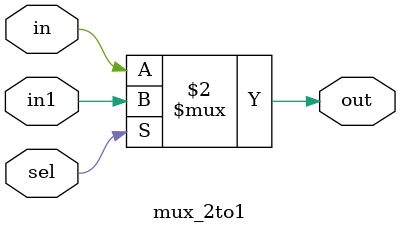
<source format=v>
module mux_2to1(sel, in, in1, out);
  input wire in, in1, sel;
  output wire out;
  
  assign out = ((sel == 0) ? in : in1);
endmodule

</source>
